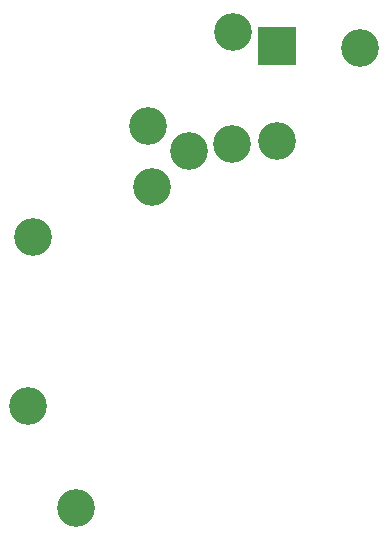
<source format=gbr>
G04 #@! TF.GenerationSoftware,KiCad,Pcbnew,no-vcs-found*
G04 #@! TF.CreationDate,2018-07-24T12:14:50+02:00*
G04 #@! TF.ProjectId,mycelium_pcb_radio,6D7963656C69756D5F7063625F726164,rev?*
G04 #@! TF.SameCoordinates,Original
G04 #@! TF.FileFunction,Soldermask,Bot*
G04 #@! TF.FilePolarity,Negative*
%FSLAX46Y46*%
G04 Gerber Fmt 4.6, Leading zero omitted, Abs format (unit mm)*
G04 Created by KiCad (PCBNEW no-vcs-found) date Tue Jul 24 12:14:50 2018*
%MOMM*%
%LPD*%
G01*
G04 APERTURE LIST*
%ADD10C,3.200000*%
%ADD11R,3.200000X3.200000*%
G04 APERTURE END LIST*
D10*
X260388100Y-45834300D03*
X232321100Y-76136500D03*
X232752900Y-61874400D03*
X249542300Y-54025800D03*
X249707400Y-44500800D03*
D11*
X253403100Y-45720000D03*
D10*
X253403100Y-53720000D03*
X245973600Y-54559200D03*
X242443000Y-52489100D03*
X242798600Y-57607200D03*
X236372400Y-84823300D03*
M02*

</source>
